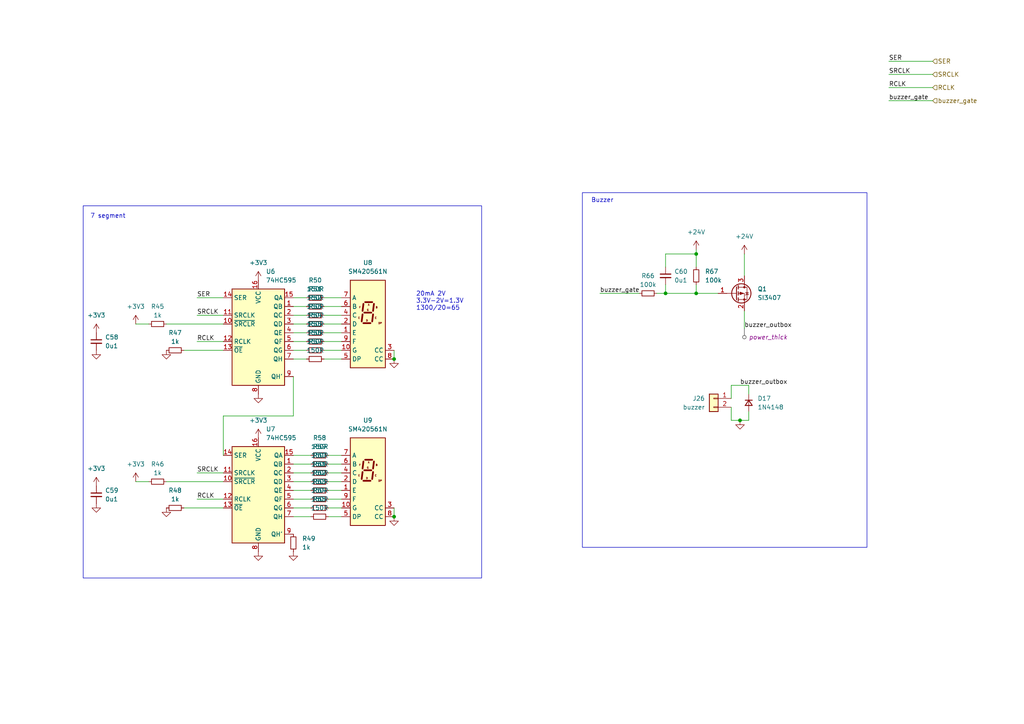
<source format=kicad_sch>
(kicad_sch (version 20231120) (generator "eeschema") (generator_version "8.0")
  (paper "A4")
  (title_block (title "EP5 rearbox ") (date "2024-08-07") (rev "1.0") (company "NTURacing") (comment 1 "郭哲明 Jack Kuo") (comment 2 "Electrical group"))
  (lib_symbols
    (symbol "74xx:74HC595"
      (property "Reference" "U" (at -7.62 13.97 0))
      (property "Value" "74HC595" (at -7.62 -16.51 0))
      (symbol "74HC595_1_0"
        (pin tri_state line (at 10.16 7.62 180) (length 2.54) (name "QB") (number "1"))
        (pin input line (at -10.16 2.54 0) (length 2.54) (name "~{SRCLR}") (number "10"))
        (pin input line (at -10.16 5.08 0) (length 2.54) (name "SRCLK") (number "11"))
        (pin input line (at -10.16 -2.54 0) (length 2.54) (name "RCLK") (number "12"))
        (pin input line (at -10.16 -5.08 0) (length 2.54) (name "~{OE}") (number "13"))
        (pin input line (at -10.16 10.16 0) (length 2.54) (name "SER") (number "14"))
        (pin tri_state line (at 10.16 10.16 180) (length 2.54) (name "QA") (number "15"))
        (pin power_in line (at 0 15.24 270) (length 2.54) (name "VCC") (number "16"))
        (pin tri_state line (at 10.16 5.08 180) (length 2.54) (name "QC") (number "2"))
        (pin tri_state line (at 10.16 2.54 180) (length 2.54) (name "QD") (number "3"))
        (pin tri_state line (at 10.16 0 180) (length 2.54) (name "QE") (number "4"))
        (pin tri_state line (at 10.16 -2.54 180) (length 2.54) (name "QF") (number "5"))
        (pin tri_state line (at 10.16 -5.08 180) (length 2.54) (name "QG") (number "6"))
        (pin tri_state line (at 10.16 -7.62 180) (length 2.54) (name "QH") (number "7"))
        (pin power_in line (at 0 -17.78 90) (length 2.54) (name "GND") (number "8"))
        (pin output line (at 10.16 -12.7 180) (length 2.54) (name "QH'") (number "9"))
      )
      (symbol "74HC595_1_1"
        (rectangle (start -7.62 12.7) (end 7.62 -15.24) (stroke (width 0.254)) (fill (type background)))
      )
    )
    (symbol "Connector_Generic:Conn_01x02" (pin_names (offset 1.016) hide)
      (property "Reference" "J" (at 0 2.54 0))
      (property "Value" "Conn_01x02" (at 0 -5.08 0))
      (symbol "Conn_01x02_1_1"
        (rectangle (start -1.27 -2.413) (end 0 -2.667) (stroke (width 0.1524)))
        (rectangle (start -1.27 0.127) (end 0 -0.127) (stroke (width 0.1524)))
        (rectangle (start -1.27 1.27) (end 1.27 -3.81) (stroke (width 0.254)) (fill (type background)))
        (pin passive line (at -5.08 0 0) (length 3.81) (name "Pin_1") (number "1"))
        (pin passive line (at -5.08 -2.54 0) (length 3.81) (name "Pin_2") (number "2"))
      )
    )
    (symbol "Device:C_Small" (pin_numbers hide) (pin_names (offset 0.254) hide)
      (property "Reference" "C" (at 0.254 1.778 0))
      (property "Value" "C_Small" (at 0.254 -2.032 0))
      (symbol "C_Small_0_1"
        (polyline (pts (xy -1.524 -0.508) (xy 1.524 -0.508)) (stroke (width 0.3302)))
        (polyline (pts (xy -1.524 0.508) (xy 1.524 0.508)) (stroke (width 0.3048)))
      )
      (symbol "C_Small_1_1"
        (pin passive line (at 0 2.54 270) (length 2.032) (name "~") (number "1"))
        (pin passive line (at 0 -2.54 90) (length 2.032) (name "~") (number "2"))
      )
    )
    (symbol "Device:D_Small" (pin_numbers hide) (pin_names (offset 0.254) hide)
      (property "Reference" "D" (at -1.27 2.032 0))
      (property "Value" "D_Small" (at -3.81 -2.032 0))
      (symbol "D_Small_0_1"
        (polyline (pts (xy -0.762 -1.016) (xy -0.762 1.016)) (stroke (width 0.254)))
        (polyline (pts (xy -0.762 0) (xy 0.762 0)))
        (polyline (pts (xy 0.762 -1.016) (xy -0.762 0) (xy 0.762 1.016) (xy 0.762 -1.016)) (stroke (width 0.254)))
      )
      (symbol "D_Small_1_1"
        (pin passive line (at -2.54 0 0) (length 1.778) (name "K") (number "1"))
        (pin passive line (at 2.54 0 180) (length 1.778) (name "A") (number "2"))
      )
    )
    (symbol "Device:Q_PMOS_GSD" (pin_names (offset 0) hide)
      (property "Reference" "Q" (at 5.08 1.27 0))
      (property "Value" "Q_PMOS_GSD" (at 5.08 -1.27 0))
      (symbol "Q_PMOS_GSD_0_1"
        (polyline (pts (xy 0.254 0) (xy -2.54 0)))
        (polyline (pts (xy 0.254 1.905) (xy 0.254 -1.905)) (stroke (width 0.254)))
        (polyline (pts (xy 0.762 -1.27) (xy 0.762 -2.286)) (stroke (width 0.254)))
        (polyline (pts (xy 0.762 0.508) (xy 0.762 -0.508)) (stroke (width 0.254)))
        (polyline (pts (xy 0.762 2.286) (xy 0.762 1.27)) (stroke (width 0.254)))
        (polyline (pts (xy 2.54 2.54) (xy 2.54 1.778)))
        (polyline (pts (xy 2.54 -2.54) (xy 2.54 0) (xy 0.762 0)))
        (polyline (pts (xy 0.762 1.778) (xy 3.302 1.778) (xy 3.302 -1.778) (xy 0.762 -1.778)))
        (polyline (pts (xy 2.286 0) (xy 1.27 0.381) (xy 1.27 -0.381) (xy 2.286 0)) (fill (type outline)))
        (polyline (pts (xy 2.794 -0.508) (xy 2.921 -0.381) (xy 3.683 -0.381) (xy 3.81 -0.254)))
        (polyline (pts (xy 3.302 -0.381) (xy 2.921 0.254) (xy 3.683 0.254) (xy 3.302 -0.381)))
        (circle (center 1.651 0) (radius 2.794) (stroke (width 0.254)))
        (circle (center 2.54 -1.778) (radius 0.254) (fill (type outline)))
        (circle (center 2.54 1.778) (radius 0.254) (fill (type outline)))
      )
      (symbol "Q_PMOS_GSD_1_1"
        (pin input line (at -5.08 0 0) (length 2.54) (name "G") (number "1"))
        (pin passive line (at 2.54 -5.08 90) (length 2.54) (name "S") (number "2"))
        (pin passive line (at 2.54 5.08 270) (length 2.54) (name "D") (number "3"))
      )
    )
    (symbol "Device:R_Small" (pin_numbers hide) (pin_names (offset 0.254) hide)
      (property "Reference" "R" (at 0.762 0.508 0))
      (property "Value" "R_Small" (at 0.762 -1.016 0))
      (symbol "R_Small_0_1"
        (rectangle (start -0.762 1.778) (end 0.762 -1.778) (stroke (width 0.2032)))
      )
      (symbol "R_Small_1_1"
        (pin passive line (at 0 2.54 270) (length 0.762) (name "~") (number "1"))
        (pin passive line (at 0 -2.54 90) (length 0.762) (name "~") (number "2"))
      )
    )
    (symbol "Display_Character:SM420561N"
      (property "Reference" "U" (at -2.54 13.97 0))
      (property "Value" "SM420561N" (at 1.27 13.97 0))
      (symbol "SM420561N_0_0"
        (text "A" (at 0.254 5.588 0) (effects (font (size 0.508 0.508))))
        (text "B" (at 2.54 4.826 0) (effects (font (size 0.508 0.508))))
        (text "C" (at 2.286 1.778 0) (effects (font (size 0.508 0.508))))
        (text "D" (at -0.254 1.016 0) (effects (font (size 0.508 0.508))))
        (text "DP" (at 3.556 0.254 0) (effects (font (size 0.508 0.508))))
        (text "E" (at -2.54 1.778 0) (effects (font (size 0.508 0.508))))
        (text "F" (at -2.286 4.826 0) (effects (font (size 0.508 0.508))))
        (text "G" (at 0 4.064 0) (effects (font (size 0.508 0.508))))
      )
      (symbol "SM420561N_0_1"
        (rectangle (start -5.08 12.7) (end 5.08 -12.7) (stroke (width 0.254)) (fill (type background)))
        (polyline (pts (xy -1.524 2.794) (xy -1.778 0.762)) (stroke (width 0.508)))
        (polyline (pts (xy -1.27 0.254) (xy 0.762 0.254)) (stroke (width 0.508)))
        (polyline (pts (xy -1.27 5.842) (xy -1.524 3.81)) (stroke (width 0.508)))
        (polyline (pts (xy -1.016 3.302) (xy 1.016 3.302)) (stroke (width 0.508)))
        (polyline (pts (xy -0.762 6.35) (xy 1.27 6.35)) (stroke (width 0.508)))
        (polyline (pts (xy 1.524 2.794) (xy 1.27 0.762)) (stroke (width 0.508)))
        (polyline (pts (xy 1.778 5.842) (xy 1.524 3.81)) (stroke (width 0.508)))
        (polyline (pts (xy 2.54 0.254) (xy 2.54 0.254)) (stroke (width 0.508)))
      )
      (symbol "SM420561N_1_1"
        (pin input line (at -7.62 -2.54 0) (length 2.54) (name "E") (number "1"))
        (pin input line (at -7.62 -7.62 0) (length 2.54) (name "G") (number "10"))
        (pin input line (at -7.62 0 0) (length 2.54) (name "D") (number "2"))
        (pin input line (at 7.62 -7.62 180) (length 2.54) (name "CC") (number "3"))
        (pin input line (at -7.62 2.54 0) (length 2.54) (name "C") (number "4"))
        (pin input line (at -7.62 -10.16 0) (length 2.54) (name "DP") (number "5"))
        (pin input line (at -7.62 5.08 0) (length 2.54) (name "B") (number "6"))
        (pin input line (at -7.62 7.62 0) (length 2.54) (name "A") (number "7"))
        (pin input line (at 7.62 -10.16 180) (length 2.54) (name "CC") (number "8"))
        (pin input line (at -7.62 -5.08 0) (length 2.54) (name "F") (number "9"))
      )
    )
    (symbol "power:+24V" (power) (pin_numbers hide) (pin_names (offset 0) hide)
      (property "Value" "+24V" (at 0 3.556 0))
      (symbol "+24V_0_1"
        (polyline (pts (xy -0.762 1.27) (xy 0 2.54)))
        (polyline (pts (xy 0 0) (xy 0 2.54)))
        (polyline (pts (xy 0 2.54) (xy 0.762 1.27)))
      )
      (symbol "+24V_1_1"
        (pin power_in line (at 0 0 90) (length 0) (name "~") (number "1"))
      )
    )
    (symbol "power:+3V3" (power) (pin_numbers hide) (pin_names (offset 0) hide)
      (property "Value" "+3V3" (at 0 3.556 0))
      (symbol "+3V3_0_1"
        (polyline (pts (xy -0.762 1.27) (xy 0 2.54)))
        (polyline (pts (xy 0 0) (xy 0 2.54)))
        (polyline (pts (xy 0 2.54) (xy 0.762 1.27)))
      )
      (symbol "+3V3_1_1"
        (pin power_in line (at 0 0 90) (length 0) (name "~") (number "1"))
      )
    )
    (symbol "power:GND" (power) (pin_numbers hide) (pin_names (offset 0) hide)
      (property "Value" "GND" (at 0 -3.81 0))
      (symbol "GND_0_1"
        (polyline (pts (xy 0 0) (xy 0 -1.27) (xy 1.27 -1.27) (xy 0 -2.54) (xy -1.27 -1.27) (xy 0 -1.27)))
      )
      (symbol "GND_1_1"
        (pin power_in line (at 0 0 270) (length 0) (name "~") (number "1"))
      )
    )
  )
  (junction (at 114.3 149.86))
  (junction (at 201.93 73.66))
  (junction (at 193.04 85.09))
  (junction (at 214.63 121.92))
  (junction (at 201.93 85.09))
  (junction (at 114.3 104.14))
  (wire (pts (xy 85.09 93.98) (xy 88.9 93.98)))
  (wire (pts (xy 90.17 144.78) (xy 85.09 144.78)))
  (wire (pts (xy 85.09 101.6) (xy 88.9 101.6)))
  (wire (pts (xy 85.09 120.65) (xy 64.77 120.65)))
  (wire (pts (xy 90.17 147.32) (xy 85.09 147.32)))
  (wire (pts (xy 193.04 77.47) (xy 193.04 73.66)))
  (wire (pts (xy 212.09 111.76) (xy 212.09 115.57)))
  (wire (pts (xy 212.09 121.92) (xy 212.09 118.11)))
  (wire (pts (xy 93.98 86.36) (xy 99.06 86.36)))
  (wire (pts (xy 90.17 134.62) (xy 85.09 134.62)))
  (wire (pts (xy 99.06 132.08) (xy 95.25 132.08)))
  (wire (pts (xy 217.17 111.76) (xy 217.17 114.3)))
  (wire (pts (xy 93.98 104.14) (xy 99.06 104.14)))
  (wire (pts (xy 53.34 147.32) (xy 64.77 147.32)))
  (wire (pts (xy 214.63 121.92) (xy 217.17 121.92)))
  (wire (pts (xy 93.98 93.98) (xy 99.06 93.98)))
  (wire (pts (xy 99.06 142.24) (xy 95.25 142.24)))
  (wire (pts (xy 215.9 95.25) (xy 215.9 90.17)))
  (wire (pts (xy 212.09 111.76) (xy 217.17 111.76)))
  (wire (pts (xy 99.06 149.86) (xy 95.25 149.86)))
  (wire (pts (xy 85.09 104.14) (xy 88.9 104.14)))
  (wire (pts (xy 57.15 144.78) (xy 64.77 144.78)))
  (wire (pts (xy 48.26 139.7) (xy 64.77 139.7)))
  (wire (pts (xy 90.17 139.7) (xy 85.09 139.7)))
  (wire (pts (xy 85.09 91.44) (xy 88.9 91.44)))
  (wire (pts (xy 257.81 29.21) (xy 270.51 29.21)))
  (wire (pts (xy 257.81 17.78) (xy 270.51 17.78)))
  (wire (pts (xy 85.09 99.06) (xy 88.9 99.06)))
  (wire (pts (xy 90.17 149.86) (xy 85.09 149.86)))
  (wire (pts (xy 85.09 96.52) (xy 88.9 96.52)))
  (wire (pts (xy 99.06 147.32) (xy 95.25 147.32)))
  (wire (pts (xy 93.98 91.44) (xy 99.06 91.44)))
  (wire (pts (xy 57.15 137.16) (xy 64.77 137.16)))
  (wire (pts (xy 90.17 142.24) (xy 85.09 142.24)))
  (wire (pts (xy 93.98 101.6) (xy 99.06 101.6)))
  (wire (pts (xy 57.15 99.06) (xy 64.77 99.06)))
  (wire (pts (xy 48.26 93.98) (xy 64.77 93.98)))
  (wire (pts (xy 90.17 137.16) (xy 85.09 137.16)))
  (wire (pts (xy 93.98 99.06) (xy 99.06 99.06)))
  (wire (pts (xy 215.9 73.66) (xy 215.9 80.01)))
  (wire (pts (xy 43.18 139.7) (xy 39.37 139.7)))
  (wire (pts (xy 193.04 73.66) (xy 201.93 73.66)))
  (wire (pts (xy 201.93 82.55) (xy 201.93 85.09)))
  (wire (pts (xy 201.93 73.66) (xy 201.93 77.47)))
  (wire (pts (xy 99.06 137.16) (xy 95.25 137.16)))
  (wire (pts (xy 201.93 85.09) (xy 208.28 85.09)))
  (wire (pts (xy 57.15 86.36) (xy 64.77 86.36)))
  (wire (pts (xy 193.04 85.09) (xy 201.93 85.09)))
  (wire (pts (xy 201.93 72.39) (xy 201.93 73.66)))
  (wire (pts (xy 85.09 109.22) (xy 85.09 120.65)))
  (wire (pts (xy 57.15 91.44) (xy 64.77 91.44)))
  (wire (pts (xy 93.98 88.9) (xy 99.06 88.9)))
  (wire (pts (xy 173.99 85.09) (xy 185.42 85.09)))
  (wire (pts (xy 64.77 120.65) (xy 64.77 132.08)))
  (wire (pts (xy 93.98 96.52) (xy 99.06 96.52)))
  (wire (pts (xy 85.09 88.9) (xy 88.9 88.9)))
  (wire (pts (xy 43.18 93.98) (xy 39.37 93.98)))
  (wire (pts (xy 99.06 144.78) (xy 95.25 144.78)))
  (wire (pts (xy 257.81 25.4) (xy 270.51 25.4)))
  (wire (pts (xy 114.3 147.32) (xy 114.3 149.86)))
  (wire (pts (xy 53.34 101.6) (xy 64.77 101.6)))
  (wire (pts (xy 190.5 85.09) (xy 193.04 85.09)))
  (wire (pts (xy 114.3 104.14) (xy 114.3 101.6)))
  (wire (pts (xy 85.09 86.36) (xy 88.9 86.36)))
  (wire (pts (xy 217.17 121.92) (xy 217.17 119.38)))
  (wire (pts (xy 212.09 121.92) (xy 214.63 121.92)))
  (wire (pts (xy 99.06 134.62) (xy 95.25 134.62)))
  (wire (pts (xy 257.81 21.59) (xy 270.51 21.59)))
  (wire (pts (xy 90.17 132.08) (xy 85.09 132.08)))
  (wire (pts (xy 193.04 82.55) (xy 193.04 85.09)))
  (wire (pts (xy 99.06 139.7) (xy 95.25 139.7)))
  (rectangle (start 168.91 55.88) (end 251.46 158.75))
  (rectangle (start 24.13 59.69) (end 139.7 167.64))
  (text "Buzzer" (at 171.45 58.928 0) (effects (font (size 1.27 1.27)) (justify left bottom)))
  (text "7 segment" (at 26.162 63.5 0) (effects (font (size 1.27 1.27)) (justify left bottom)))
  (text "20mA 2V\n3.3V-2V=1.3V\n1300/20=65" (at 120.65 90.17 0) (effects (font (size 1.27 1.27)) (justify left bottom)))
  (label "RCLK" (at 57.15 144.78 0))
  (label "RCLK" (at 257.81 25.4 0))
  (label "buzzer_gate" (at 257.81 29.21 0))
  (label "SRCLK" (at 257.81 21.59 0))
  (label "buzzer_outbox" (at 214.63 111.76 0))
  (label "buzzer_gate" (at 173.99 85.09 0))
  (label "SER" (at 57.15 86.36 0))
  (label "SRCLK" (at 57.15 137.16 0))
  (label "buzzer_outbox" (at 215.9 95.25 0))
  (label "SER" (at 257.81 17.78 0))
  (label "SRCLK" (at 57.15 91.44 0))
  (label "RCLK" (at 57.15 99.06 0))
  (hierarchical_label "SRCLK" (shape input) (at 270.51 21.59 0))
  (hierarchical_label "buzzer_gate" (shape input) (at 270.51 29.21 0))
  (hierarchical_label "SER" (shape input) (at 270.51 17.78 0))
  (hierarchical_label "RCLK" (shape input) (at 270.51 25.4 0))
  (netclass_flag "" (length 2.54) (shape round) (at 215.9 95.25 180) (property "Netclass" "power_thick" (at 217.17 97.79 0) (effects (font (italic yes)) (justify left))))
  (symbol (lib_id "Device:R_Small") (at 45.72 93.98 90) (unit 1)
    (property "Reference" "R45" (at 45.72 88.9 90))
    (property "Value" "1k" (at 45.72 91.44 90))
    (property "Footprint" "Resistor_SMD:R_0603_1608Metric" (effects (hide yes)))
    (property "Description" "Resistor, small symbol" (effects (hide yes)))
  )
  (symbol (lib_id "power:+3V3") (at 27.94 96.52 0) (unit 1)
    (property "Reference" "#PWR0160" (effects (hide yes)))
    (property "Value" "+3V3" (at 27.94 91.44 0))
    (property "Description" "Power symbol creates a global label with name \"+3V3\"" (effects (hide yes)))
  )
  (symbol (lib_id "Device:C_Small") (at 193.04 80.01 0) (unit 1)
    (property "Reference" "C60" (at 195.58 78.7463 0) (effects (justify left)))
    (property "Value" "0u1" (at 195.58 81.2863 0) (effects (justify left)))
    (property "Footprint" "Capacitor_SMD:C_0603_1608Metric" (effects (hide yes)))
    (property "Description" "Unpolarized capacitor, small symbol" (effects (hide yes)))
  )
  (symbol (lib_id "Device:R_Small") (at 92.71 139.7 90) (unit 1)
    (property "Reference" "R61" (at 92.71 134.62 90))
    (property "Value" "150R" (at 92.71 137.16 90))
    (property "Footprint" "Resistor_SMD:R_0603_1608Metric" (effects (hide yes)))
    (property "Description" "Resistor, small symbol" (effects (hide yes)))
  )
  (symbol (lib_id "Device:C_Small") (at 27.94 143.51 0) (unit 1)
    (property "Reference" "C59" (at 30.48 142.2463 0) (effects (justify left)))
    (property "Value" "0u1" (at 30.48 144.7863 0) (effects (justify left)))
    (property "Footprint" "Capacitor_SMD:C_0603_1608Metric" (effects (hide yes)))
    (property "Description" "Unpolarized capacitor, small symbol" (effects (hide yes)))
  )
  (symbol (lib_id "74xx:74HC595") (at 74.93 142.24 0) (unit 1)
    (property "Reference" "U7" (at 77.1241 124.46 0) (effects (justify left)))
    (property "Value" "74HC595" (at 77.1241 127 0) (effects (justify left)))
    (property "Footprint" "Package_SO:SOIC-16_3.9x9.9mm_P1.27mm" (effects (hide yes)))
    (property "Datasheet" "http://www.ti.com/lit/ds/symlink/sn74hc595.pdf" (effects (hide yes)))
    (property "Description" "8-bit serial in/out Shift Register 3-State Outputs" (effects (hide yes)))
  )
  (symbol (lib_id "Device:R_Small") (at 85.09 157.48 0) (unit 1)
    (property "Reference" "R49" (at 87.63 156.21 0) (effects (justify left)))
    (property "Value" "1k" (at 87.63 158.75 0) (effects (justify left)))
    (property "Footprint" "Resistor_SMD:R_0603_1608Metric" (effects (hide yes)))
    (property "Description" "Resistor, small symbol" (effects (hide yes)))
  )
  (symbol (lib_id "Device:D_Small") (at 217.17 116.84 270) (unit 1)
    (property "Reference" "D17" (at 219.71 115.57 90) (effects (justify left)))
    (property "Value" "1N4148" (at 219.71 118.11 90) (effects (justify left)))
    (property "Footprint" "Diode_SMD:D_MiniMELF" (effects (hide yes)))
    (property "Description" "Diode, small symbol" (effects (hide yes)))
    (property "Sim.Device" "D" (effects (hide yes)))
    (property "Sim.Pins" "1=K 2=A" (effects (hide yes)))
  )
  (symbol (lib_id "Device:R_Small") (at 91.44 99.06 90) (unit 1)
    (property "Reference" "R55" (at 91.44 93.98 90))
    (property "Value" "150R" (at 91.44 96.52 90))
    (property "Footprint" "Resistor_SMD:R_0603_1608Metric" (effects (hide yes)))
    (property "Description" "Resistor, small symbol" (effects (hide yes)))
  )
  (symbol (lib_id "Device:R_Small") (at 91.44 86.36 90) (unit 1)
    (property "Reference" "R50" (at 91.44 81.28 90))
    (property "Value" "150R" (at 91.44 83.82 90))
    (property "Footprint" "Resistor_SMD:R_0603_1608Metric" (effects (hide yes)))
    (property "Description" "Resistor, small symbol" (effects (hide yes)))
  )
  (symbol (lib_id "power:GND") (at 48.26 147.32 0) (unit 1)
    (property "Reference" "#PWR0167" (effects (hide yes)))
    (property "Value" "GND" (effects (hide yes)))
    (property "Description" "Power symbol creates a global label with name \"GND\" , ground" (effects (hide yes)))
  )
  (symbol (lib_id "Device:R_Small") (at 50.8 147.32 90) (unit 1)
    (property "Reference" "R48" (at 50.8 142.24 90))
    (property "Value" "1k" (at 50.8 144.78 90))
    (property "Footprint" "Resistor_SMD:R_0603_1608Metric" (effects (hide yes)))
    (property "Description" "Resistor, small symbol" (effects (hide yes)))
  )
  (symbol (lib_id "Device:R_Small") (at 91.44 88.9 90) (unit 1)
    (property "Reference" "R51" (at 91.44 83.82 90))
    (property "Value" "150R" (at 91.44 86.36 90))
    (property "Footprint" "Resistor_SMD:R_0603_1608Metric" (effects (hide yes)))
    (property "Description" "Resistor, small symbol" (effects (hide yes)))
  )
  (symbol (lib_id "power:+3V3") (at 39.37 93.98 0) (unit 1)
    (property "Reference" "#PWR0164" (effects (hide yes)))
    (property "Value" "+3V3" (at 39.37 88.9 0))
    (property "Description" "Power symbol creates a global label with name \"+3V3\"" (effects (hide yes)))
  )
  (symbol (lib_id "power:GND") (at 74.93 114.3 0) (unit 1)
    (property "Reference" "#PWR0169" (effects (hide yes)))
    (property "Value" "GND" (effects (hide yes)))
    (property "Description" "Power symbol creates a global label with name \"GND\" , ground" (effects (hide yes)))
  )
  (symbol (lib_id "Device:Q_PMOS_GSD") (at 213.36 85.09 0) (unit 1)
    (property "Reference" "Q1" (at 219.71 83.82 0) (effects (justify left)))
    (property "Value" "SI3407" (at 219.71 86.36 0) (effects (justify left)))
    (property "Footprint" "Package_TO_SOT_SMD:SOT-23-3" (effects (hide yes)))
    (property "Description" "P-MOSFET transistor, gate/source/drain" (effects (hide yes)))
  )
  (symbol (lib_id "power:GND") (at 48.26 101.6 0) (unit 1)
    (property "Reference" "#PWR0166" (effects (hide yes)))
    (property "Value" "GND" (effects (hide yes)))
    (property "Description" "Power symbol creates a global label with name \"GND\" , ground" (effects (hide yes)))
  )
  (symbol (lib_id "Device:R_Small") (at 91.44 93.98 90) (unit 1)
    (property "Reference" "R53" (at 91.44 88.9 90))
    (property "Value" "150R" (at 91.44 91.44 90))
    (property "Footprint" "Resistor_SMD:R_0603_1608Metric" (effects (hide yes)))
    (property "Description" "Resistor, small symbol" (effects (hide yes)))
  )
  (symbol (lib_id "Display_Character:SM420561N") (at 106.68 93.98 0) (unit 1)
    (property "Reference" "U8" (at 106.68 76.2 0))
    (property "Value" "SM420561N" (at 106.68 78.74 0))
    (property "Footprint" "Display_7Segment:7SegmentLED_LTS6760_LTS6780" (effects (hide yes)))
    (property "Datasheet" "https://datasheet.lcsc.com/szlcsc/Wuxi-ARK-Tech-Elec-SM420561N_C141367.pdf" (effects (hide yes)))
    (property "Description" "One digit 7 segment blue LED, common cathode" (effects (hide yes)))
  )
  (symbol (lib_id "74xx:74HC595") (at 74.93 96.52 0) (unit 1)
    (property "Reference" "U6" (at 77.1241 78.74 0) (effects (justify left)))
    (property "Value" "74HC595" (at 77.1241 81.28 0) (effects (justify left)))
    (property "Footprint" "Package_SO:SOIC-16_3.9x9.9mm_P1.27mm" (effects (hide yes)))
    (property "Datasheet" "http://www.ti.com/lit/ds/symlink/sn74hc595.pdf" (effects (hide yes)))
    (property "Description" "8-bit serial in/out Shift Register 3-State Outputs" (effects (hide yes)))
  )
  (symbol (lib_id "Connector_Generic:Conn_01x02") (at 207.01 115.57 0) (mirror y) (unit 1)
    (property "Reference" "J26" (at 204.47 115.57 0) (effects (justify left)))
    (property "Value" "buzzer" (at 204.47 118.11 0) (effects (justify left)))
    (property "Footprint" "Connector_JST:JST_XH_B2B-XH-A_1x02_P2.50mm_Vertical" (effects (hide yes)))
    (property "Description" "Generic connector, single row, 01x02, script generated (kicad-library-utils/schlib/autogen/connector/)" (effects (hide yes)))
  )
  (symbol (lib_id "Device:R_Small") (at 187.96 85.09 270) (unit 1)
    (property "Reference" "R66" (at 187.96 80.01 90))
    (property "Value" "100k" (at 187.96 82.55 90))
    (property "Footprint" "Resistor_SMD:R_0603_1608Metric" (effects (hide yes)))
    (property "Description" "Resistor, small symbol" (effects (hide yes)))
  )
  (symbol (lib_id "power:GND") (at 114.3 104.14 0) (unit 1)
    (property "Reference" "#PWR0173" (effects (hide yes)))
    (property "Value" "GND" (effects (hide yes)))
    (property "Description" "Power symbol creates a global label with name \"GND\" , ground" (effects (hide yes)))
  )
  (symbol (lib_id "power:GND") (at 27.94 146.05 0) (unit 1)
    (property "Reference" "#PWR0163" (effects (hide yes)))
    (property "Value" "GND" (effects (hide yes)))
    (property "Description" "Power symbol creates a global label with name \"GND\" , ground" (effects (hide yes)))
  )
  (symbol (lib_id "Device:R_Small") (at 91.44 101.6 90) (unit 1)
    (property "Reference" "R56" (at 91.44 96.52 90))
    (property "Value" "150R" (at 91.44 99.06 90))
    (property "Footprint" "Resistor_SMD:R_0603_1608Metric" (effects (hide yes)))
    (property "Description" "Resistor, small symbol" (effects (hide yes)))
  )
  (symbol (lib_id "Device:R_Small") (at 91.44 104.14 90) (unit 1)
    (property "Reference" "R57" (at 91.44 99.06 90))
    (property "Value" "150R" (at 91.44 101.6 90))
    (property "Footprint" "Resistor_SMD:R_0603_1608Metric" (effects (hide yes)))
    (property "Description" "Resistor, small symbol" (effects (hide yes)))
  )
  (symbol (lib_id "Display_Character:SM420561N") (at 106.68 139.7 0) (unit 1)
    (property "Reference" "U9" (at 106.68 121.92 0))
    (property "Value" "SM420561N" (at 106.68 124.46 0))
    (property "Footprint" "Display_7Segment:7SegmentLED_LTS6760_LTS6780" (effects (hide yes)))
    (property "Datasheet" "https://datasheet.lcsc.com/szlcsc/Wuxi-ARK-Tech-Elec-SM420561N_C141367.pdf" (effects (hide yes)))
    (property "Description" "One digit 7 segment blue LED, common cathode" (effects (hide yes)))
  )
  (symbol (lib_id "Device:R_Small") (at 201.93 80.01 180) (unit 1)
    (property "Reference" "R67" (at 204.47 78.74 0) (effects (justify right)))
    (property "Value" "100k" (at 204.47 81.28 0) (effects (justify right)))
    (property "Footprint" "Resistor_SMD:R_0603_1608Metric" (effects (hide yes)))
    (property "Description" "Resistor, small symbol" (effects (hide yes)))
  )
  (symbol (lib_id "power:GND") (at 27.94 101.6 0) (unit 1)
    (property "Reference" "#PWR0161" (effects (hide yes)))
    (property "Value" "GND" (effects (hide yes)))
    (property "Description" "Power symbol creates a global label with name \"GND\" , ground" (effects (hide yes)))
  )
  (symbol (lib_id "Device:R_Small") (at 92.71 137.16 90) (unit 1)
    (property "Reference" "R60" (at 92.71 132.08 90))
    (property "Value" "150R" (at 92.71 134.62 90))
    (property "Footprint" "Resistor_SMD:R_0603_1608Metric" (effects (hide yes)))
    (property "Description" "Resistor, small symbol" (effects (hide yes)))
  )
  (symbol (lib_id "power:+3V3") (at 39.37 139.7 0) (unit 1)
    (property "Reference" "#PWR0165" (effects (hide yes)))
    (property "Value" "+3V3" (at 39.37 134.62 0))
    (property "Description" "Power symbol creates a global label with name \"+3V3\"" (effects (hide yes)))
  )
  (symbol (lib_id "Device:R_Small") (at 92.71 144.78 90) (unit 1)
    (property "Reference" "R63" (at 92.71 139.7 90))
    (property "Value" "150R" (at 92.71 142.24 90))
    (property "Footprint" "Resistor_SMD:R_0603_1608Metric" (effects (hide yes)))
    (property "Description" "Resistor, small symbol" (effects (hide yes)))
  )
  (symbol (lib_id "Device:R_Small") (at 92.71 142.24 90) (unit 1)
    (property "Reference" "R62" (at 92.71 137.16 90))
    (property "Value" "150R" (at 92.71 139.7 90))
    (property "Footprint" "Resistor_SMD:R_0603_1608Metric" (effects (hide yes)))
    (property "Description" "Resistor, small symbol" (effects (hide yes)))
  )
  (symbol (lib_id "Device:R_Small") (at 92.71 149.86 90) (unit 1)
    (property "Reference" "R65" (at 92.71 144.78 90))
    (property "Value" "150R" (at 92.71 147.32 90))
    (property "Footprint" "Resistor_SMD:R_0603_1608Metric" (effects (hide yes)))
    (property "Description" "Resistor, small symbol" (effects (hide yes)))
  )
  (symbol (lib_id "power:GND") (at 85.09 160.02 0) (unit 1)
    (property "Reference" "#PWR0172" (effects (hide yes)))
    (property "Value" "GND" (effects (hide yes)))
    (property "Description" "Power symbol creates a global label with name \"GND\" , ground" (effects (hide yes)))
  )
  (symbol (lib_id "Device:R_Small") (at 92.71 147.32 90) (unit 1)
    (property "Reference" "R64" (at 92.71 142.24 90))
    (property "Value" "150R" (at 92.71 144.78 90))
    (property "Footprint" "Resistor_SMD:R_0603_1608Metric" (effects (hide yes)))
    (property "Description" "Resistor, small symbol" (effects (hide yes)))
  )
  (symbol (lib_id "Device:C_Small") (at 27.94 99.06 0) (unit 1)
    (property "Reference" "C58" (at 30.48 97.7963 0) (effects (justify left)))
    (property "Value" "0u1" (at 30.48 100.3363 0) (effects (justify left)))
    (property "Footprint" "Capacitor_SMD:C_0603_1608Metric" (effects (hide yes)))
    (property "Description" "Unpolarized capacitor, small symbol" (effects (hide yes)))
  )
  (symbol (lib_id "power:GND") (at 74.93 160.02 0) (unit 1)
    (property "Reference" "#PWR0171" (effects (hide yes)))
    (property "Value" "GND" (effects (hide yes)))
    (property "Description" "Power symbol creates a global label with name \"GND\" , ground" (effects (hide yes)))
  )
  (symbol (lib_id "power:+24V") (at 201.93 72.39 0) (unit 1)
    (property "Reference" "#PWR0175" (effects (hide yes)))
    (property "Value" "+24V" (at 201.93 67.31 0))
    (property "Description" "Power symbol creates a global label with name \"+24V\"" (effects (hide yes)))
  )
  (symbol (lib_id "power:+3V3") (at 74.93 127 0) (unit 1)
    (property "Reference" "#PWR0170" (effects (hide yes)))
    (property "Value" "+3V3" (at 74.93 121.92 0))
    (property "Description" "Power symbol creates a global label with name \"+3V3\"" (effects (hide yes)))
  )
  (symbol (lib_id "power:GND") (at 114.3 149.86 0) (unit 1)
    (property "Reference" "#PWR0174" (effects (hide yes)))
    (property "Value" "GND" (effects (hide yes)))
    (property "Description" "Power symbol creates a global label with name \"GND\" , ground" (effects (hide yes)))
  )
  (symbol (lib_id "power:GND") (at 214.63 121.92 0) (unit 1)
    (property "Reference" "#PWR0176" (effects (hide yes)))
    (property "Value" "GND" (effects (hide yes)))
    (property "Description" "Power symbol creates a global label with name \"GND\" , ground" (effects (hide yes)))
  )
  (symbol (lib_id "Device:R_Small") (at 91.44 91.44 90) (unit 1)
    (property "Reference" "R52" (at 91.44 86.36 90))
    (property "Value" "150R" (at 91.44 88.9 90))
    (property "Footprint" "Resistor_SMD:R_0603_1608Metric" (effects (hide yes)))
    (property "Description" "Resistor, small symbol" (effects (hide yes)))
  )
  (symbol (lib_id "power:+24V") (at 215.9 73.66 0) (unit 1)
    (property "Reference" "#PWR0177" (effects (hide yes)))
    (property "Value" "+24V" (at 215.9 68.58 0))
    (property "Description" "Power symbol creates a global label with name \"+24V\"" (effects (hide yes)))
  )
  (symbol (lib_id "Device:R_Small") (at 92.71 132.08 90) (unit 1)
    (property "Reference" "R58" (at 92.71 127 90))
    (property "Value" "150R" (at 92.71 129.54 90))
    (property "Footprint" "Resistor_SMD:R_0603_1608Metric" (effects (hide yes)))
    (property "Description" "Resistor, small symbol" (effects (hide yes)))
  )
  (symbol (lib_id "Device:R_Small") (at 92.71 134.62 90) (unit 1)
    (property "Reference" "R59" (at 92.71 129.54 90))
    (property "Value" "150R" (at 92.71 132.08 90))
    (property "Footprint" "Resistor_SMD:R_0603_1608Metric" (effects (hide yes)))
    (property "Description" "Resistor, small symbol" (effects (hide yes)))
  )
  (symbol (lib_id "Device:R_Small") (at 91.44 96.52 90) (unit 1)
    (property "Reference" "R54" (at 91.44 91.44 90))
    (property "Value" "150R" (at 91.44 93.98 90))
    (property "Footprint" "Resistor_SMD:R_0603_1608Metric" (effects (hide yes)))
    (property "Description" "Resistor, small symbol" (effects (hide yes)))
  )
  (symbol (lib_id "power:+3V3") (at 27.94 140.97 0) (unit 1)
    (property "Reference" "#PWR0162" (effects (hide yes)))
    (property "Value" "+3V3" (at 27.94 135.89 0))
    (property "Description" "Power symbol creates a global label with name \"+3V3\"" (effects (hide yes)))
  )
  (symbol (lib_id "Device:R_Small") (at 45.72 139.7 90) (unit 1)
    (property "Reference" "R46" (at 45.72 134.62 90))
    (property "Value" "1k" (at 45.72 137.16 90))
    (property "Footprint" "Resistor_SMD:R_0603_1608Metric" (effects (hide yes)))
    (property "Description" "Resistor, small symbol" (effects (hide yes)))
  )
  (symbol (lib_id "power:+3V3") (at 74.93 81.28 0) (unit 1)
    (property "Reference" "#PWR0168" (effects (hide yes)))
    (property "Value" "+3V3" (at 74.93 76.2 0))
    (property "Description" "Power symbol creates a global label with name \"+3V3\"" (effects (hide yes)))
  )
  (symbol (lib_id "Device:R_Small") (at 50.8 101.6 90) (unit 1)
    (property "Reference" "R47" (at 50.8 96.52 90))
    (property "Value" "1k" (at 50.8 99.06 90))
    (property "Footprint" "Resistor_SMD:R_0603_1608Metric" (effects (hide yes)))
    (property "Description" "Resistor, small symbol" (effects (hide yes)))
  )
)
</source>
